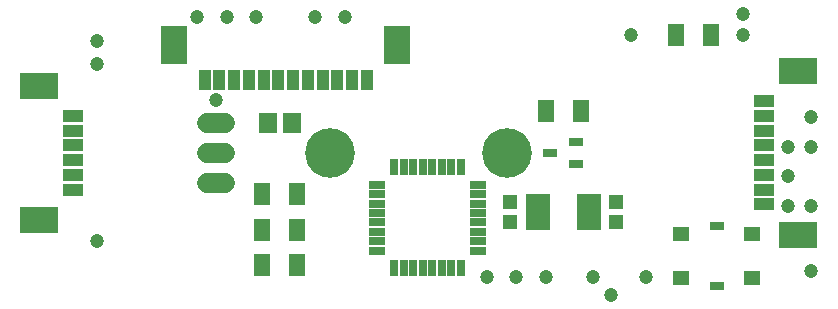
<source format=gbr>
G04 EAGLE Gerber X2 export*
%TF.Part,Single*%
%TF.FileFunction,Soldermask,Top,1*%
%TF.FilePolarity,Negative*%
%TF.GenerationSoftware,Autodesk,EAGLE,9.1.0*%
%TF.CreationDate,2020-08-17T16:32:54Z*%
G75*
%MOMM*%
%FSLAX34Y34*%
%LPD*%
%AMOC8*
5,1,8,0,0,1.08239X$1,22.5*%
G01*
%ADD10R,1.503200X1.803200*%
%ADD11R,1.283200X1.253200*%
%ADD12R,1.473200X0.762000*%
%ADD13R,0.762000X1.473200*%
%ADD14R,1.253200X0.803200*%
%ADD15R,2.153200X3.153200*%
%ADD16R,1.803200X1.003200*%
%ADD17R,3.203200X2.303200*%
%ADD18C,1.727200*%
%ADD19R,1.003200X1.803200*%
%ADD20R,2.303200X3.203200*%
%ADD21R,1.363200X1.883200*%
%ADD22R,1.403200X1.303200*%
%ADD23R,1.203200X0.653200*%
%ADD24C,1.203200*%
%ADD25C,4.203200*%


D10*
X285000Y170000D03*
X305000Y170000D03*
D11*
X580000Y103750D03*
X580000Y86250D03*
X490000Y103750D03*
X490000Y86250D03*
D12*
X462926Y62000D03*
X462926Y70000D03*
X462926Y78000D03*
X462926Y86000D03*
X462926Y94000D03*
X462926Y102000D03*
X462926Y110000D03*
X462926Y118000D03*
D13*
X448000Y132926D03*
X440000Y132926D03*
X432000Y132926D03*
X424000Y132926D03*
X416000Y132926D03*
X408000Y132926D03*
X400000Y132926D03*
X392000Y132926D03*
D12*
X377074Y118000D03*
X377074Y110000D03*
X377074Y102000D03*
X377074Y94000D03*
X377074Y86000D03*
X377074Y78000D03*
X377074Y70000D03*
X377074Y62000D03*
D13*
X392000Y47074D03*
X400000Y47074D03*
X408000Y47074D03*
X416000Y47074D03*
X424000Y47074D03*
X432000Y47074D03*
X440000Y47074D03*
X448000Y47074D03*
D14*
X546000Y135500D03*
X546000Y154500D03*
X524000Y145000D03*
D15*
X513500Y95000D03*
X556500Y95000D03*
D16*
X704960Y101250D03*
X704960Y113750D03*
X704960Y126250D03*
X704960Y138750D03*
X704960Y151250D03*
X704960Y163750D03*
X704960Y176250D03*
X704960Y188750D03*
D17*
X733960Y214250D03*
X733960Y75750D03*
D18*
X248620Y119600D02*
X233380Y119600D01*
X233380Y145000D02*
X248620Y145000D01*
X248620Y170400D02*
X233380Y170400D01*
D19*
X368750Y207000D03*
X356250Y207000D03*
X343750Y207000D03*
X331250Y207000D03*
X318750Y207000D03*
X306250Y207000D03*
X293750Y207000D03*
X281250Y207000D03*
X268750Y207000D03*
X256250Y207000D03*
X243750Y207000D03*
X231250Y207000D03*
D20*
X394250Y236000D03*
X205750Y236000D03*
D16*
X120000Y176250D03*
X120000Y163750D03*
X120000Y151250D03*
X120000Y138750D03*
X120000Y126250D03*
X120000Y113750D03*
D17*
X91000Y201750D03*
X91000Y88250D03*
D21*
X280250Y50000D03*
X309750Y50000D03*
X549750Y180000D03*
X520250Y180000D03*
X659750Y245000D03*
X630250Y245000D03*
X309750Y110000D03*
X280250Y110000D03*
X280250Y80000D03*
X309750Y80000D03*
D22*
X695000Y76000D03*
X695000Y39000D03*
X635000Y76000D03*
X635000Y39000D03*
D23*
X665000Y82750D03*
X665000Y32250D03*
D24*
X275000Y260000D03*
X325000Y260000D03*
X687500Y245000D03*
X241250Y190000D03*
X745000Y175000D03*
X350000Y260000D03*
X745000Y100000D03*
X745000Y150000D03*
X745000Y45000D03*
D25*
X337500Y145000D03*
D24*
X560000Y40000D03*
X605000Y40000D03*
X592500Y245000D03*
X520000Y40000D03*
X250000Y260000D03*
X495000Y40000D03*
X225000Y260000D03*
X725000Y150000D03*
X687500Y262500D03*
X470000Y40000D03*
X725000Y125000D03*
X725000Y100000D03*
X575000Y25000D03*
X140000Y240000D03*
X140000Y70000D03*
X140000Y220000D03*
D25*
X487500Y145000D03*
M02*

</source>
